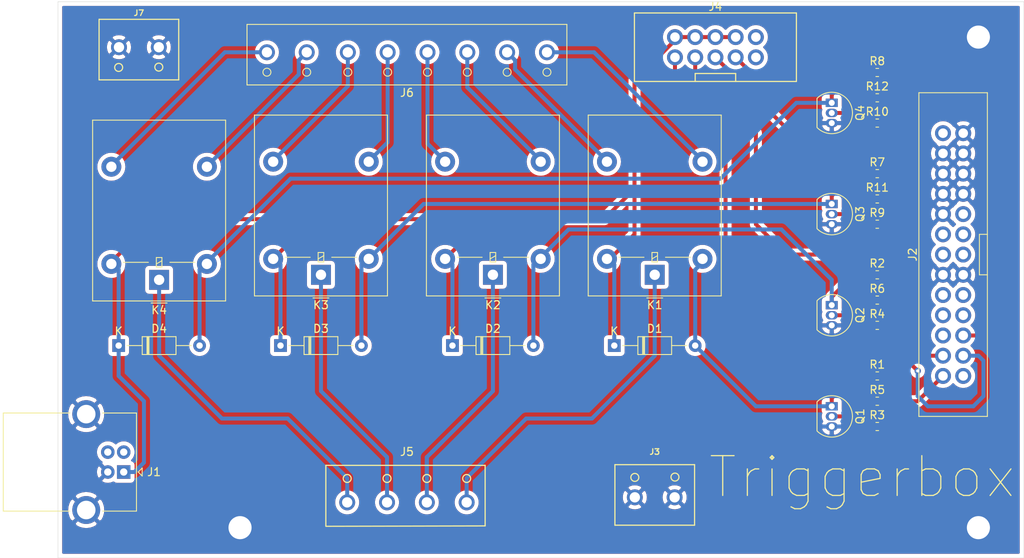
<source format=kicad_pcb>
(kicad_pcb (version 20190331) (host pcbnew 5.1.0-unknown-8985bad~82~ubuntu18.04.1)
  (title_block (title TriggerBox) (date 2019-04-09) (rev A) (company "TU Wien"))
  (layers (0 F.Cu signal) (31 B.Cu signal) (34 B.Paste user) (35 F.Paste user) (36 B.SilkS user) (37 F.SilkS user) (38 B.Mask user) (39 F.Mask user) (44 Edge.Cuts user))
  (net 0 "")
  (net 1 +5V)
  (net 2 "Net-(D1-Pad2)")
  (net 3 "Net-(D2-Pad2)")
  (net 4 "Net-(D3-Pad2)")
  (net 5 "Net-(D4-Pad2)")
  (net 6 GND)
  (net 7 OUT2A)
  (net 8 OUT2B)
  (net 9 OUT3A)
  (net 10 OUT1A)
  (net 11 OUT3B)
  (net 12 OUT1B)
  (net 13 OUT4B)
  (net 14 OUT4A)
  (net 15 LED4)
  (net 16 LED2)
  (net 17 LED3)
  (net 18 LED1)
  (net 19 IN3)
  (net 20 IN2)
  (net 21 IN1)
  (net 22 IN4)
  (net 23 TRG1)
  (net 24 TRG2)
  (net 25 TRG3)
  (net 26 TRG4)
  (net 27 "Net-(Q1-Pad2)")
  (net 28 "Net-(Q2-Pad2)")
  (net 29 "Net-(Q3-Pad2)")
  (net 30 "Net-(Q4-Pad2)")
  (module IDC:IDC_05x02 (layer F.Cu) (at 120.65 56.515)
    (fp_text reference J4 (at 0 -5.08) (layer F.SilkS))
    (fp_text value Conn_02x05_Odd_Even)
    (fp_line (start -10.17 4.3) (end 10.17 4.3) (layer F.SilkS) (width 0.15))
    (fp_line (start 10.17 -4.3) (end 10.17 4.3) (layer F.SilkS) (width 0.15))
    (fp_line (start 10.17 -4.3) (end -10.17 -4.3) (layer F.SilkS) (width 0.15))
    (fp_line (start -10.17 4.3) (end -10.17 -4.3) (layer F.SilkS) (width 0.15))
    (fp_line (start -2.54 3.3) (end -2.54 4.3) (layer F.SilkS) (width 0.15))
    (fp_line (start -2.54 3.3) (end 2.54 3.3) (layer F.SilkS) (width 0.15))
    (fp_line (start 2.54 3.3) (end 2.54 4.3) (layer F.SilkS) (width 0.15))
    (pad 1 thru_hole circle (at -5.08 1.27) (size 2 2) (drill 1.2) (layers *.Cu *.Mask) (net 18 LED1))
    (pad 2 thru_hole circle (at -5.08 -1.27) (size 2 2) (drill 1.2) (layers *.Cu *.Mask) (net 1 +5V))
    (pad 3 thru_hole circle (at -2.54 1.27) (size 2 2) (drill 1.2) (layers *.Cu *.Mask) (net 16 LED2))
    (pad 4 thru_hole circle (at -2.54 -1.27) (size 2 2) (drill 1.2) (layers *.Cu *.Mask) (net 1 +5V))
    (pad 5 thru_hole circle (at 0 1.27) (size 2 2) (drill 1.2) (layers *.Cu *.Mask) (net 17 LED3))
    (pad 6 thru_hole circle (at 0 -1.27) (size 2 2) (drill 1.2) (layers *.Cu *.Mask) (net 1 +5V))
    (pad 7 thru_hole circle (at 2.54 1.27) (size 2 2) (drill 1.2) (layers *.Cu *.Mask) (net 15 LED4))
    (pad 8 thru_hole circle (at 2.54 -1.27) (size 2 2) (drill 1.2) (layers *.Cu *.Mask) (net 1 +5V))
    (pad 9 thru_hole circle (at 5.08 1.27) (size 2 2) (drill 1.2) (layers *.Cu *.Mask))
    (pad 10 thru_hole circle (at 5.08 -1.27) (size 2 2) (drill 1.2) (layers *.Cu *.Mask))
  )
  (module Diode_THT:D_DO-35_SOD27_P10.16mm_Horizontal (layer F.Cu) (at 107.95 93.98)
    (fp_text reference D1 (at 5.08 -2.12) (layer F.SilkS))
    (fp_text value 1N4148)
    (fp_line (start 2.96 -1.12) (end 2.96 1.12) (layer F.SilkS) (width 0.12))
    (fp_line (start 2.96 1.12) (end 7.2 1.12) (layer F.SilkS) (width 0.12))
    (fp_line (start 7.2 1.12) (end 7.2 -1.12) (layer F.SilkS) (width 0.12))
    (fp_line (start 7.2 -1.12) (end 2.96 -1.12) (layer F.SilkS) (width 0.12))
    (fp_line (start 1.04 0) (end 2.96 0) (layer F.SilkS) (width 0.12))
    (fp_line (start 9.12 0) (end 7.2 0) (layer F.SilkS) (width 0.12))
    (fp_line (start 3.68 -1.12) (end 3.68 1.12) (layer F.SilkS) (width 0.12))
    (fp_line (start 3.8 -1.12) (end 3.8 1.12) (layer F.SilkS) (width 0.12))
    (fp_line (start 3.56 -1.12) (end 3.56 1.12) (layer F.SilkS) (width 0.12))
    (fp_text user K (at 0 -1.8) (layer F.SilkS))
    (pad 1 thru_hole rect (at 0 0) (size 1.6 1.6) (drill 0.8) (layers *.Cu *.Mask) (net 1 +5V))
    (pad 2 thru_hole oval (at 10.16 0) (size 1.6 1.6) (drill 0.8) (layers *.Cu *.Mask) (net 2 "Net-(D1-Pad2)"))
  )
  (module Diode_THT:D_DO-35_SOD27_P10.16mm_Horizontal (layer F.Cu) (at 66.04 93.98)
    (fp_text reference D3 (at 5.08 -2.12) (layer F.SilkS))
    (fp_text value 1N4148)
    (fp_line (start 2.96 -1.12) (end 2.96 1.12) (layer F.SilkS) (width 0.12))
    (fp_line (start 2.96 1.12) (end 7.2 1.12) (layer F.SilkS) (width 0.12))
    (fp_line (start 7.2 1.12) (end 7.2 -1.12) (layer F.SilkS) (width 0.12))
    (fp_line (start 7.2 -1.12) (end 2.96 -1.12) (layer F.SilkS) (width 0.12))
    (fp_line (start 1.04 0) (end 2.96 0) (layer F.SilkS) (width 0.12))
    (fp_line (start 9.12 0) (end 7.2 0) (layer F.SilkS) (width 0.12))
    (fp_line (start 3.68 -1.12) (end 3.68 1.12) (layer F.SilkS) (width 0.12))
    (fp_line (start 3.8 -1.12) (end 3.8 1.12) (layer F.SilkS) (width 0.12))
    (fp_line (start 3.56 -1.12) (end 3.56 1.12) (layer F.SilkS) (width 0.12))
    (fp_text user K (at 0 -1.8) (layer F.SilkS))
    (pad 1 thru_hole rect (at 0 0) (size 1.6 1.6) (drill 0.8) (layers *.Cu *.Mask) (net 1 +5V))
    (pad 2 thru_hole oval (at 10.16 0) (size 1.6 1.6) (drill 0.8) (layers *.Cu *.Mask) (net 4 "Net-(D3-Pad2)"))
  )
  (module Diode_THT:D_DO-35_SOD27_P10.16mm_Horizontal (layer F.Cu) (at 87.63 93.98)
    (fp_text reference D2 (at 5.08 -2.12) (layer F.SilkS))
    (fp_text value 1N4148)
    (fp_text user K (at 0 -1.8) (layer F.SilkS))
    (fp_line (start 3.56 -1.12) (end 3.56 1.12) (layer F.SilkS) (width 0.12))
    (fp_line (start 3.8 -1.12) (end 3.8 1.12) (layer F.SilkS) (width 0.12))
    (fp_line (start 3.68 -1.12) (end 3.68 1.12) (layer F.SilkS) (width 0.12))
    (fp_line (start 9.12 0) (end 7.2 0) (layer F.SilkS) (width 0.12))
    (fp_line (start 1.04 0) (end 2.96 0) (layer F.SilkS) (width 0.12))
    (fp_line (start 7.2 -1.12) (end 2.96 -1.12) (layer F.SilkS) (width 0.12))
    (fp_line (start 7.2 1.12) (end 7.2 -1.12) (layer F.SilkS) (width 0.12))
    (fp_line (start 2.96 1.12) (end 7.2 1.12) (layer F.SilkS) (width 0.12))
    (fp_line (start 2.96 -1.12) (end 2.96 1.12) (layer F.SilkS) (width 0.12))
    (pad 2 thru_hole oval (at 10.16 0) (size 1.6 1.6) (drill 0.8) (layers *.Cu *.Mask) (net 3 "Net-(D2-Pad2)"))
    (pad 1 thru_hole rect (at 0 0) (size 1.6 1.6) (drill 0.8) (layers *.Cu *.Mask) (net 1 +5V))
  )
  (module Diode_THT:D_DO-35_SOD27_P10.16mm_Horizontal (layer F.Cu) (at 45.72 93.98)
    (fp_text reference D4 (at 5.08 -2.12) (layer F.SilkS))
    (fp_text value 1N4148)
    (fp_text user K (at 0 -1.8) (layer F.SilkS))
    (fp_line (start 3.56 -1.12) (end 3.56 1.12) (layer F.SilkS) (width 0.12))
    (fp_line (start 3.8 -1.12) (end 3.8 1.12) (layer F.SilkS) (width 0.12))
    (fp_line (start 3.68 -1.12) (end 3.68 1.12) (layer F.SilkS) (width 0.12))
    (fp_line (start 9.12 0) (end 7.2 0) (layer F.SilkS) (width 0.12))
    (fp_line (start 1.04 0) (end 2.96 0) (layer F.SilkS) (width 0.12))
    (fp_line (start 7.2 -1.12) (end 2.96 -1.12) (layer F.SilkS) (width 0.12))
    (fp_line (start 7.2 1.12) (end 7.2 -1.12) (layer F.SilkS) (width 0.12))
    (fp_line (start 2.96 1.12) (end 7.2 1.12) (layer F.SilkS) (width 0.12))
    (fp_line (start 2.96 -1.12) (end 2.96 1.12) (layer F.SilkS) (width 0.12))
    (pad 2 thru_hole oval (at 10.16 0) (size 1.6 1.6) (drill 0.8) (layers *.Cu *.Mask) (net 5 "Net-(D4-Pad2)"))
    (pad 1 thru_hole rect (at 0 0) (size 1.6 1.6) (drill 0.8) (layers *.Cu *.Mask) (net 1 +5V))
  )
  (module RS_Screw:RS_Screw_Term_x2 (layer F.Cu) (at 113.03 113.03)
    (fp_text reference J3 (at 0 -5.715) (layer F.SilkS) (effects (font (size 0.7 0.75))))
    (fp_text value Screw_Terminal_01x02)
    (fp_line (start -5 -4.1) (end 5 -4.1) (layer F.SilkS) (width 0.15))
    (fp_line (start 5 -4.1) (end 5 3.5) (layer F.SilkS) (width 0.15))
    (fp_line (start 5 3.5) (end -5 3.5) (layer F.SilkS) (width 0.15))
    (fp_line (start -5 3.5) (end -5 -4.1) (layer F.SilkS) (width 0.15))
    (fp_circle (center -2.5 -2.5) (end -2 -2.5) (layer F.SilkS) (width 0.15))
    (fp_circle (center 2.54 -2.54) (end 3.04 -2.54) (layer F.SilkS) (width 0.15))
    (pad 1 thru_hole circle (at -2.5 0 180) (size 2 2) (drill 1.3) (layers *.Cu *.Mask) (net 6 GND))
    (pad 2 thru_hole circle (at 2.5 0 180) (size 2 2) (drill 1.3) (layers *.Cu *.Mask) (net 6 GND))
  )
  (module RS_Screw:RS_Screw_Term_x2 (layer F.Cu) (at 48.26 56.515 180)
    (fp_text reference J7 (at 0 4.3 180) (layer F.SilkS) (effects (font (size 0.7 0.75))))
    (fp_text value Screw_Terminal_01x02)
    (fp_circle (center 2.54 -2.54) (end 3.04 -2.54) (layer F.SilkS) (width 0.15))
    (fp_circle (center -2.5 -2.5) (end -2 -2.5) (layer F.SilkS) (width 0.15))
    (fp_line (start -5 3.5) (end -5 -4.1) (layer F.SilkS) (width 0.15))
    (fp_line (start 5 3.5) (end -5 3.5) (layer F.SilkS) (width 0.15))
    (fp_line (start 5 -4.1) (end 5 3.5) (layer F.SilkS) (width 0.15))
    (fp_line (start -5 -4.1) (end 5 -4.1) (layer F.SilkS) (width 0.15))
    (pad 2 thru_hole circle (at 2.5 0) (size 2 2) (drill 1.3) (layers *.Cu *.Mask) (net 6 GND))
    (pad 1 thru_hole circle (at -2.5 0) (size 2 2) (drill 1.3) (layers *.Cu *.Mask) (net 6 GND))
  )
  (module RS_Screw:RS_Screw_Term_x8 (layer F.Cu) (at 81.915 57.15 180)
    (fp_text reference J6 (at 0 -5.08 180) (layer F.SilkS))
    (fp_text value Screw_Terminal_01x08)
    (fp_line (start -20.08 3.5) (end -20.08 -4.1) (layer F.SilkS) (width 0.12))
    (fp_line (start 20.08 3.5) (end -20.08 3.5) (layer F.SilkS) (width 0.12))
    (fp_circle (center -7.58 -2.5) (end -7.08 -2.5) (layer F.SilkS) (width 0.12))
    (fp_line (start 20.08 3.5) (end 20.08 -4.1) (layer F.SilkS) (width 0.12))
    (fp_circle (center 7.42 -2.5) (end 7.92 -2.5) (layer F.SilkS) (width 0.12))
    (fp_circle (center -2.58 -2.5) (end -2.08 -2.5) (layer F.SilkS) (width 0.12))
    (fp_circle (center -17.58 -2.5) (end -17.08 -2.5) (layer F.SilkS) (width 0.12))
    (fp_circle (center 2.42 -2.5) (end 2.92 -2.5) (layer F.SilkS) (width 0.12))
    (fp_line (start -20.08 -4.1) (end 20.08 -4.1) (layer F.SilkS) (width 0.12))
    (fp_circle (center -12.58 -2.5) (end -12.08 -2.5) (layer F.SilkS) (width 0.12))
    (fp_circle (center 17.58 -2.5) (end 18.08 -2.5) (layer F.SilkS) (width 0.12))
    (fp_circle (center 12.58 -2.5) (end 13.08 -2.5) (layer F.SilkS) (width 0.12))
    (pad 3 thru_hole circle (at -7.58 0 180) (size 2 2) (drill 1.3) (layers *.Cu *.Mask) (net 7 OUT2A))
    (pad 4 thru_hole circle (at -2.58 0 180) (size 2 2) (drill 1.3) (layers *.Cu *.Mask) (net 8 OUT2B))
    (pad 5 thru_hole circle (at 2.42 0 180) (size 2 2) (drill 1.3) (layers *.Cu *.Mask) (net 9 OUT3A))
    (pad 1 thru_hole circle (at -17.58 0 180) (size 2 2) (drill 1.3) (layers *.Cu *.Mask) (net 10 OUT1A))
    (pad 6 thru_hole circle (at 7.42 0 180) (size 2 2) (drill 1.3) (layers *.Cu *.Mask) (net 11 OUT3B))
    (pad 2 thru_hole circle (at -12.58 0 180) (size 2 2) (drill 1.3) (layers *.Cu *.Mask) (net 12 OUT1B))
    (pad 8 thru_hole circle (at 17.58 0 180) (size 2 2) (drill 1.3) (layers *.Cu *.Mask) (net 13 OUT4B))
    (pad 7 thru_hole circle (at 12.58 0 180) (size 2 2) (drill 1.3) (layers *.Cu *.Mask) (net 14 OUT4A))
  )
  (module RS_Screw:RS_Screw_Term_x4 (layer F.Cu) (at 81.915 113.665)
    (fp_text reference J5 (at 0 -6.35 180) (layer F.SilkS))
    (fp_text value Screw_Terminal_01x04)
    (fp_line (start 9.819508 2.954402) (end -10.180492 3.004402) (layer F.SilkS) (width 0.15))
    (fp_line (start 9.819508 2.954402) (end 9.819508 -4.645598) (layer F.SilkS) (width 0.15))
    (fp_line (start 9.819508 -4.645598) (end -10.180492 -4.645598) (layer F.SilkS) (width 0.15))
    (fp_line (start -10.180492 2.954402) (end -10.180492 -4.645598) (layer F.SilkS) (width 0.15))
    (fp_circle (center 7.5 -3) (end 8 -3) (layer F.SilkS) (width 0.15))
    (fp_circle (center 2.5 -3) (end 3 -3) (layer F.SilkS) (width 0.15))
    (fp_circle (center -2.5 -3) (end -2 -3) (layer F.SilkS) (width 0.15))
    (fp_circle (center -7.5 -3) (end -7 -3) (layer F.SilkS) (width 0.15))
    (pad 3 thru_hole circle (at 2.5 0 180) (size 2 2) (drill 1.3) (layers *.Cu *.Mask) (net 20 IN2))
    (pad 2 thru_hole circle (at -2.5 0 180) (size 2 2) (drill 1.3) (layers *.Cu *.Mask) (net 19 IN3))
    (pad 1 thru_hole circle (at -7.5 0 180) (size 2 2) (drill 1.3) (layers *.Cu *.Mask) (net 22 IN4))
    (pad 4 thru_hole circle (at 7.5 0 180) (size 2 2) (drill 1.3) (layers *.Cu *.Mask) (net 21 IN1))
  )
  (module IDC:IDC_13x02 (layer F.Cu) (at 150.495 82.55 90)
    (fp_text reference J2 (at 0 -5.08 90) (layer F.SilkS))
    (fp_text value Conn_01x25)
    (fp_line (start -20.32 -4.3) (end 20.32 -4.3) (layer F.SilkS) (width 0.12))
    (fp_line (start 20.32 4.3) (end -20.32 4.3) (layer F.SilkS) (width 0.12))
    (fp_line (start 20.32 -4.3) (end 20.32 4.3) (layer F.SilkS) (width 0.12))
    (fp_line (start -20.32 -4.3) (end -20.32 4.3) (layer F.SilkS) (width 0.12))
    (fp_line (start -2.54 3.3) (end 2.54 3.3) (layer F.SilkS) (width 0.12))
    (fp_line (start 2.54 3.3) (end 2.54 4.3) (layer F.SilkS) (width 0.12))
    (fp_line (start -2.54 3.3) (end -2.54 4.3) (layer F.SilkS) (width 0.12))
    (pad 1 thru_hole circle (at -15.24 1.27 90) (size 2 2) (drill 1.2) (layers *.Cu *.Mask))
    (pad 2 thru_hole circle (at -15.24 -1.27 90) (size 2 2) (drill 1.2) (layers *.Cu *.Mask) (net 23 TRG1))
    (pad 3 thru_hole circle (at -12.7 1.27 90) (size 2 2) (drill 1.2) (layers *.Cu *.Mask) (net 24 TRG2))
    (pad 4 thru_hole circle (at -12.7 -1.27 90) (size 2 2) (drill 1.2) (layers *.Cu *.Mask) (net 25 TRG3))
    (pad 5 thru_hole circle (at -10.16 1.27 90) (size 2 2) (drill 1.2) (layers *.Cu *.Mask) (net 26 TRG4))
    (pad 6 thru_hole circle (at -10.16 -1.27 90) (size 2 2) (drill 1.2) (layers *.Cu *.Mask))
    (pad 7 thru_hole circle (at -7.62 1.27 90) (size 2 2) (drill 1.2) (layers *.Cu *.Mask))
    (pad 8 thru_hole circle (at -7.62 -1.27 90) (size 2 2) (drill 1.2) (layers *.Cu *.Mask))
    (pad 9 thru_hole circle (at -5.08 1.27 90) (size 2 2) (drill 1.2) (layers *.Cu *.Mask))
    (pad 10 thru_hole circle (at -5.08 -1.27 90) (size 2 2) (drill 1.2) (layers *.Cu *.Mask))
    (pad 11 thru_hole circle (at -2.54 1.27 90) (size 2 2) (drill 1.2) (layers *.Cu *.Mask) (net 6 GND))
    (pad 12 thru_hole circle (at -2.54 -1.27 90) (size 2 2) (drill 1.2) (layers *.Cu *.Mask) (net 6 GND))
    (pad 13 thru_hole circle (at 0 1.27 90) (size 2 2) (drill 1.2) (layers *.Cu *.Mask))
    (pad 14 thru_hole circle (at 0 -1.27 90) (size 2 2) (drill 1.2) (layers *.Cu *.Mask))
    (pad 15 thru_hole circle (at 2.54 1.27 90) (size 2 2) (drill 1.2) (layers *.Cu *.Mask))
    (pad 16 thru_hole circle (at 2.54 -1.27 90) (size 2 2) (drill 1.2) (layers *.Cu *.Mask))
    (pad 17 thru_hole circle (at 5.08 1.27 90) (size 2 2) (drill 1.2) (layers *.Cu *.Mask))
    (pad 18 thru_hole circle (at 5.08 -1.27 90) (size 2 2) (drill 1.2) (layers *.Cu *.Mask) (net 6 GND))
    (pad 19 thru_hole circle (at 7.62 1.27 90) (size 2 2) (drill 1.2) (layers *.Cu *.Mask) (net 6 GND))
    (pad 20 thru_hole circle (at 7.62 -1.27 90) (size 2 2) (drill 1.2) (layers *.Cu *.Mask) (net 6 GND))
    (pad 21 thru_hole circle (at 10.16 1.27 90) (size 2 2) (drill 1.2) (layers *.Cu *.Mask) (net 6 GND))
    (pad 22 thru_hole circle (at 10.16 -1.27 90) (size 2 2) (drill 1.2) (layers *.Cu *.Mask) (net 6 GND))
    (pad 23 thru_hole circle (at 12.7 1.27 90) (size 2 2) (drill 1.2) (layers *.Cu *.Mask) (net 6 GND))
    (pad 24 thru_hole circle (at 12.7 -1.27 90) (size 2 2) (drill 1.2) (layers *.Cu *.Mask) (net 6 GND))
    (pad 25 thru_hole circle (at 15.24 1.27 90) (size 2 2) (drill 1.2) (layers *.Cu *.Mask) (net 6 GND))
    (pad 26 thru_hole circle (at 15.24 -1.27 90) (size 2 2) (drill 1.2) (layers *.Cu *.Mask))
  )
  (module Connector_USB:USB_B_OST_USB-B1HSxx_Horizontal (layer F.Cu) (at 46.355 109.855 180)
    (fp_text reference J1 (at -3.81 0 180) (layer F.SilkS))
    (fp_text value USB_B)
    (fp_line (start 2.66 -4.91) (end -1.6 -4.91) (layer F.SilkS) (width 0.12))
    (fp_line (start -1.6 -4.91) (end -1.6 7.41) (layer F.SilkS) (width 0.12))
    (fp_line (start -1.6 7.41) (end 2.66 7.41) (layer F.SilkS) (width 0.12))
    (fp_line (start 6.76 -4.91) (end 15.12 -4.91) (layer F.SilkS) (width 0.12))
    (fp_line (start 15.12 -4.91) (end 15.12 7.41) (layer F.SilkS) (width 0.12))
    (fp_line (start 15.12 7.41) (end 6.76 7.41) (layer F.SilkS) (width 0.12))
    (fp_line (start -1.82 0) (end -2.32 -0.5) (layer F.SilkS) (width 0.12))
    (fp_line (start -2.32 -0.5) (end -2.32 0.5) (layer F.SilkS) (width 0.12))
    (fp_line (start -2.32 0.5) (end -1.82 0) (layer F.SilkS) (width 0.12))
    (pad 1 thru_hole rect (at 0 0 180) (size 1.7 1.7) (drill 0.92) (layers *.Cu *.Mask) (net 1 +5V))
    (pad 2 thru_hole circle (at 0 2.5 180) (size 1.7 1.7) (drill 0.92) (layers *.Cu *.Mask))
    (pad 3 thru_hole circle (at 2 2.5 180) (size 1.7 1.7) (drill 0.92) (layers *.Cu *.Mask))
    (pad 4 thru_hole circle (at 2 0 180) (size 1.7 1.7) (drill 0.92) (layers *.Cu *.Mask) (net 6 GND))
    (pad 5 thru_hole circle (at 4.71 -4.77 180) (size 3.5 3.5) (drill 2.33) (layers *.Cu *.Mask) (net 6 GND))
    (pad 5 thru_hole circle (at 4.71 7.27 180) (size 3.5 3.5) (drill 2.33) (layers *.Cu *.Mask) (net 6 GND))
  )
  (module Relay_THT:Relay_SPDT_Omron-G5LE-1 (layer F.Cu) (at 113.03 85.09 180)
    (fp_text reference K1 (at 0 -3.8 180) (layer F.SilkS))
    (fp_text value G5LE-1)
    (fp_line (start 8.35 20.05) (end 8.35 -2.65) (layer F.SilkS) (width 0.12))
    (fp_line (start 8.35 -2.65) (end -8.35 -2.65) (layer F.SilkS) (width 0.12))
    (fp_line (start -8.35 -2.65) (end -8.35 20.05) (layer F.SilkS) (width 0.12))
    (fp_line (start -8.35 20.05) (end 8.35 20.05) (layer F.SilkS) (width 0.12))
    (fp_line (start -0.35 2.4) (end 0.35 2) (layer F.SilkS) (width 0.12))
    (fp_line (start 0.35 2.8) (end 0.35 1.6) (layer F.SilkS) (width 0.12))
    (fp_line (start 0.35 1.6) (end -0.35 1.6) (layer F.SilkS) (width 0.12))
    (fp_line (start -0.35 1.6) (end -0.35 2.8) (layer F.SilkS) (width 0.12))
    (fp_line (start -0.35 2.8) (end 0.35 2.8) (layer F.SilkS) (width 0.12))
    (fp_line (start -1 -2.91) (end 1 -2.91) (layer F.SilkS) (width 0.12))
    (fp_line (start -4.5 2.2) (end -1.35 2.2) (layer F.SilkS) (width 0.12))
    (fp_line (start 1.35 2.2) (end 4.5 2.2) (layer F.SilkS) (width 0.12))
    (pad 1 thru_hole rect (at 0 0 180) (size 2.5 2.5) (drill 1.3) (layers *.Cu *.Mask) (net 21 IN1))
    (pad 2 thru_hole oval (at -6 2 180) (size 2.5 2.5) (drill 1.3) (layers *.Cu *.Mask) (net 2 "Net-(D1-Pad2)"))
    (pad 3 thru_hole oval (at -6 14.2 180) (size 2.5 2.5) (drill 1.3) (layers *.Cu *.Mask) (net 10 OUT1A))
    (pad 4 thru_hole oval (at 6 14.2 180) (size 2.5 2.5) (drill 1.3) (layers *.Cu *.Mask) (net 12 OUT1B))
    (pad 5 thru_hole oval (at 6 2 180) (size 2.5 2.5) (drill 1.3) (layers *.Cu *.Mask) (net 1 +5V))
  )
  (module Relay_THT:Relay_SPDT_Omron-G5LE-1 (layer F.Cu) (at 71.12 85.09 180)
    (fp_text reference K3 (at 0 -3.8 180) (layer F.SilkS))
    (fp_text value G5LE-1)
    (fp_line (start 1.35 2.2) (end 4.5 2.2) (layer F.SilkS) (width 0.12))
    (fp_line (start -4.5 2.2) (end -1.35 2.2) (layer F.SilkS) (width 0.12))
    (fp_line (start -1 -2.91) (end 1 -2.91) (layer F.SilkS) (width 0.12))
    (fp_line (start -0.35 2.8) (end 0.35 2.8) (layer F.SilkS) (width 0.12))
    (fp_line (start -0.35 1.6) (end -0.35 2.8) (layer F.SilkS) (width 0.12))
    (fp_line (start 0.35 1.6) (end -0.35 1.6) (layer F.SilkS) (width 0.12))
    (fp_line (start 0.35 2.8) (end 0.35 1.6) (layer F.SilkS) (width 0.12))
    (fp_line (start -0.35 2.4) (end 0.35 2) (layer F.SilkS) (width 0.12))
    (fp_line (start -8.35 20.05) (end 8.35 20.05) (layer F.SilkS) (width 0.12))
    (fp_line (start -8.35 -2.65) (end -8.35 20.05) (layer F.SilkS) (width 0.12))
    (fp_line (start 8.35 -2.65) (end -8.35 -2.65) (layer F.SilkS) (width 0.12))
    (fp_line (start 8.35 20.05) (end 8.35 -2.65) (layer F.SilkS) (width 0.12))
    (pad 5 thru_hole oval (at 6 2 180) (size 2.5 2.5) (drill 1.3) (layers *.Cu *.Mask) (net 1 +5V))
    (pad 4 thru_hole oval (at 6 14.2 180) (size 2.5 2.5) (drill 1.3) (layers *.Cu *.Mask) (net 11 OUT3B))
    (pad 3 thru_hole oval (at -6 14.2 180) (size 2.5 2.5) (drill 1.3) (layers *.Cu *.Mask) (net 9 OUT3A))
    (pad 2 thru_hole oval (at -6 2 180) (size 2.5 2.5) (drill 1.3) (layers *.Cu *.Mask) (net 4 "Net-(D3-Pad2)"))
    (pad 1 thru_hole rect (at 0 0 180) (size 2.5 2.5) (drill 1.3) (layers *.Cu *.Mask) (net 19 IN3))
  )
  (module Relay_THT:Relay_SPDT_Omron-G5LE-1 (layer F.Cu) (at 92.71 85.09 180)
    (fp_text reference K2 (at 0 -3.8 180) (layer F.SilkS))
    (fp_text value G5LE-1)
    (fp_line (start 1.35 2.2) (end 4.5 2.2) (layer F.SilkS) (width 0.12))
    (fp_line (start -4.5 2.2) (end -1.35 2.2) (layer F.SilkS) (width 0.12))
    (fp_line (start -1 -2.91) (end 1 -2.91) (layer F.SilkS) (width 0.12))
    (fp_line (start -0.35 2.8) (end 0.35 2.8) (layer F.SilkS) (width 0.12))
    (fp_line (start -0.35 1.6) (end -0.35 2.8) (layer F.SilkS) (width 0.12))
    (fp_line (start 0.35 1.6) (end -0.35 1.6) (layer F.SilkS) (width 0.12))
    (fp_line (start 0.35 2.8) (end 0.35 1.6) (layer F.SilkS) (width 0.12))
    (fp_line (start -0.35 2.4) (end 0.35 2) (layer F.SilkS) (width 0.12))
    (fp_line (start -8.35 20.05) (end 8.35 20.05) (layer F.SilkS) (width 0.12))
    (fp_line (start -8.35 -2.65) (end -8.35 20.05) (layer F.SilkS) (width 0.12))
    (fp_line (start 8.35 -2.65) (end -8.35 -2.65) (layer F.SilkS) (width 0.12))
    (fp_line (start 8.35 20.05) (end 8.35 -2.65) (layer F.SilkS) (width 0.12))
    (pad 5 thru_hole oval (at 6 2 180) (size 2.5 2.5) (drill 1.3) (layers *.Cu *.Mask) (net 1 +5V))
    (pad 4 thru_hole oval (at 6 14.2 180) (size 2.5 2.5) (drill 1.3) (layers *.Cu *.Mask) (net 8 OUT2B))
    (pad 3 thru_hole oval (at -6 14.2 180) (size 2.5 2.5) (drill 1.3) (layers *.Cu *.Mask) (net 7 OUT2A))
    (pad 2 thru_hole oval (at -6 2 180) (size 2.5 2.5) (drill 1.3) (layers *.Cu *.Mask) (net 3 "Net-(D2-Pad2)"))
    (pad 1 thru_hole rect (at 0 0 180) (size 2.5 2.5) (drill 1.3) (layers *.Cu *.Mask) (net 20 IN2))
  )
  (module Relay_THT:Relay_SPDT_Omron-G5LE-1 (layer F.Cu) (at 50.8 85.725 180)
    (fp_text reference K4 (at 0 -3.8 180) (layer F.SilkS))
    (fp_text value G5LE-1)
    (fp_line (start 8.35 20.05) (end 8.35 -2.65) (layer F.SilkS) (width 0.12))
    (fp_line (start 8.35 -2.65) (end -8.35 -2.65) (layer F.SilkS) (width 0.12))
    (fp_line (start -8.35 -2.65) (end -8.35 20.05) (layer F.SilkS) (width 0.12))
    (fp_line (start -8.35 20.05) (end 8.35 20.05) (layer F.SilkS) (width 0.12))
    (fp_line (start -0.35 2.4) (end 0.35 2) (layer F.SilkS) (width 0.12))
    (fp_line (start 0.35 2.8) (end 0.35 1.6) (layer F.SilkS) (width 0.12))
    (fp_line (start 0.35 1.6) (end -0.35 1.6) (layer F.SilkS) (width 0.12))
    (fp_line (start -0.35 1.6) (end -0.35 2.8) (layer F.SilkS) (width 0.12))
    (fp_line (start -0.35 2.8) (end 0.35 2.8) (layer F.SilkS) (width 0.12))
    (fp_line (start -1 -2.91) (end 1 -2.91) (layer F.SilkS) (width 0.12))
    (fp_line (start -4.5 2.2) (end -1.35 2.2) (layer F.SilkS) (width 0.12))
    (fp_line (start 1.35 2.2) (end 4.5 2.2) (layer F.SilkS) (width 0.12))
    (pad 1 thru_hole rect (at 0 0 180) (size 2.5 2.5) (drill 1.3) (layers *.Cu *.Mask) (net 22 IN4))
    (pad 2 thru_hole oval (at -6 2 180) (size 2.5 2.5) (drill 1.3) (layers *.Cu *.Mask) (net 5 "Net-(D4-Pad2)"))
    (pad 3 thru_hole oval (at -6 14.2 180) (size 2.5 2.5) (drill 1.3) (layers *.Cu *.Mask) (net 14 OUT4A))
    (pad 4 thru_hole oval (at 6 14.2 180) (size 2.5 2.5) (drill 1.3) (layers *.Cu *.Mask) (net 13 OUT4B))
    (pad 5 thru_hole oval (at 6 2 180) (size 2.5 2.5) (drill 1.3) (layers *.Cu *.Mask) (net 1 +5V))
  )
  (module Resistor_SMD:R_0603_1608Metric_Pad1.05x0.95mm_HandSolder (layer F.Cu) (at 140.97 104.14)
    (fp_text reference R3 (at 0 -1.43) (layer F.SilkS))
    (fp_text value 100)
    (fp_line (start -0.171267 -0.51) (end 0.171267 -0.51) (layer F.SilkS) (width 0.12))
    (fp_line (start -0.171267 0.51) (end 0.171267 0.51) (layer F.SilkS) (width 0.12))
    (pad 1 smd roundrect (at -0.875 0) (size 1.05 0.95) (layers F.Cu F.Paste F.Mask) (net 27 "Net-(Q1-Pad2)"))
    (pad 2 smd roundrect (at 0.875 0) (size 1.05 0.95) (layers F.Cu F.Paste F.Mask) (net 23 TRG1))
  )
  (module Resistor_SMD:R_0603_1608Metric_Pad1.05x0.95mm_HandSolder (layer F.Cu) (at 140.97 78.74)
    (fp_text reference R9 (at 0 -1.43) (layer F.SilkS))
    (fp_text value 100)
    (fp_line (start -0.171267 0.51) (end 0.171267 0.51) (layer F.SilkS) (width 0.12))
    (fp_line (start -0.171267 -0.51) (end 0.171267 -0.51) (layer F.SilkS) (width 0.12))
    (pad 2 smd roundrect (at 0.875 0) (size 1.05 0.95) (layers F.Cu F.Paste F.Mask) (net 25 TRG3))
    (pad 1 smd roundrect (at -0.875 0) (size 1.05 0.95) (layers F.Cu F.Paste F.Mask) (net 29 "Net-(Q3-Pad2)"))
  )
  (module Resistor_SMD:R_0603_1608Metric_Pad1.05x0.95mm_HandSolder (layer F.Cu) (at 140.97 97.79)
    (fp_text reference R1 (at 0 -1.43) (layer F.SilkS))
    (fp_text value 100)
    (fp_line (start -0.171267 0.51) (end 0.171267 0.51) (layer F.SilkS) (width 0.12))
    (fp_line (start -0.171267 -0.51) (end 0.171267 -0.51) (layer F.SilkS) (width 0.12))
    (pad 2 smd roundrect (at 0.875 0) (size 1.05 0.95) (layers F.Cu F.Paste F.Mask) (net 18 LED1))
    (pad 1 smd roundrect (at -0.875 0) (size 1.05 0.95) (layers F.Cu F.Paste F.Mask) (net 2 "Net-(D1-Pad2)"))
  )
  (module Resistor_SMD:R_0603_1608Metric_Pad1.05x0.95mm_HandSolder (layer F.Cu) (at 140.97 72.39)
    (fp_text reference R7 (at 0 -1.43) (layer F.SilkS))
    (fp_text value 100)
    (fp_line (start -0.171267 -0.51) (end 0.171267 -0.51) (layer F.SilkS) (width 0.12))
    (fp_line (start -0.171267 0.51) (end 0.171267 0.51) (layer F.SilkS) (width 0.12))
    (pad 1 smd roundrect (at -0.875 0) (size 1.05 0.95) (layers F.Cu F.Paste F.Mask) (net 4 "Net-(D3-Pad2)"))
    (pad 2 smd roundrect (at 0.875 0) (size 1.05 0.95) (layers F.Cu F.Paste F.Mask) (net 17 LED3))
  )
  (module Resistor_SMD:R_0603_1608Metric_Pad1.05x0.95mm_HandSolder (layer F.Cu) (at 140.97 91.44)
    (fp_text reference R4 (at 0 -1.43) (layer F.SilkS))
    (fp_text value 100)
    (fp_line (start -0.171267 0.51) (end 0.171267 0.51) (layer F.SilkS) (width 0.12))
    (fp_line (start -0.171267 -0.51) (end 0.171267 -0.51) (layer F.SilkS) (width 0.12))
    (pad 2 smd roundrect (at 0.875 0) (size 1.05 0.95) (layers F.Cu F.Paste F.Mask) (net 24 TRG2))
    (pad 1 smd roundrect (at -0.875 0) (size 1.05 0.95) (layers F.Cu F.Paste F.Mask) (net 28 "Net-(Q2-Pad2)"))
  )
  (module Resistor_SMD:R_0603_1608Metric_Pad1.05x0.95mm_HandSolder (layer F.Cu) (at 140.97 66.04)
    (fp_text reference R10 (at 0 -1.43) (layer F.SilkS))
    (fp_text value 100)
    (fp_line (start -0.171267 -0.51) (end 0.171267 -0.51) (layer F.SilkS) (width 0.12))
    (fp_line (start -0.171267 0.51) (end 0.171267 0.51) (layer F.SilkS) (width 0.12))
    (pad 1 smd roundrect (at -0.875 0) (size 1.05 0.95) (layers F.Cu F.Paste F.Mask) (net 30 "Net-(Q4-Pad2)"))
    (pad 2 smd roundrect (at 0.875 0) (size 1.05 0.95) (layers F.Cu F.Paste F.Mask) (net 26 TRG4))
  )
  (module Resistor_SMD:R_0603_1608Metric_Pad1.05x0.95mm_HandSolder (layer F.Cu) (at 140.97 85.09)
    (fp_text reference R2 (at 0 -1.43) (layer F.SilkS))
    (fp_text value 100)
    (fp_line (start -0.171267 -0.51) (end 0.171267 -0.51) (layer F.SilkS) (width 0.12))
    (fp_line (start -0.171267 0.51) (end 0.171267 0.51) (layer F.SilkS) (width 0.12))
    (pad 1 smd roundrect (at -0.875 0) (size 1.05 0.95) (layers F.Cu F.Paste F.Mask) (net 3 "Net-(D2-Pad2)"))
    (pad 2 smd roundrect (at 0.875 0) (size 1.05 0.95) (layers F.Cu F.Paste F.Mask) (net 16 LED2))
  )
  (module Resistor_SMD:R_0603_1608Metric_Pad1.05x0.95mm_HandSolder (layer F.Cu) (at 140.97 59.69)
    (fp_text reference R8 (at 0 -1.43) (layer F.SilkS))
    (fp_text value 100)
    (fp_line (start -0.171267 0.51) (end 0.171267 0.51) (layer F.SilkS) (width 0.12))
    (fp_line (start -0.171267 -0.51) (end 0.171267 -0.51) (layer F.SilkS) (width 0.12))
    (pad 2 smd roundrect (at 0.875 0) (size 1.05 0.95) (layers F.Cu F.Paste F.Mask) (net 15 LED4))
    (pad 1 smd roundrect (at -0.875 0) (size 1.05 0.95) (layers F.Cu F.Paste F.Mask) (net 5 "Net-(D4-Pad2)"))
  )
  (module Resistor_SMD:R_0603_1608Metric_Pad1.05x0.95mm_HandSolder (layer F.Cu) (at 140.97 100.965)
    (fp_text reference R5 (at 0 -1.43) (layer F.SilkS))
    (fp_text value 10k)
    (fp_line (start -0.171267 0.51) (end 0.171267 0.51) (layer F.SilkS) (width 0.12))
    (fp_line (start -0.171267 -0.51) (end 0.171267 -0.51) (layer F.SilkS) (width 0.12))
    (pad 2 smd roundrect (at 0.875 0) (size 1.05 0.95) (layers F.Cu F.Paste F.Mask) (net 23 TRG1))
    (pad 1 smd roundrect (at -0.875 0) (size 1.05 0.95) (layers F.Cu F.Paste F.Mask) (net 6 GND))
  )
  (module Resistor_SMD:R_0603_1608Metric_Pad1.05x0.95mm_HandSolder (layer F.Cu) (at 140.97 88.265)
    (fp_text reference R6 (at 0 -1.43) (layer F.SilkS))
    (fp_text value 10k)
    (fp_line (start -0.171267 -0.51) (end 0.171267 -0.51) (layer F.SilkS) (width 0.12))
    (fp_line (start -0.171267 0.51) (end 0.171267 0.51) (layer F.SilkS) (width 0.12))
    (pad 1 smd roundrect (at -0.875 0) (size 1.05 0.95) (layers F.Cu F.Paste F.Mask) (net 6 GND))
    (pad 2 smd roundrect (at 0.875 0) (size 1.05 0.95) (layers F.Cu F.Paste F.Mask) (net 24 TRG2))
  )
  (module Resistor_SMD:R_0603_1608Metric_Pad1.05x0.95mm_HandSolder (layer F.Cu) (at 140.97 75.565)
    (fp_text reference R11 (at 0 -1.43) (layer F.SilkS))
    (fp_text value 10k)
    (fp_line (start -0.171267 -0.51) (end 0.171267 -0.51) (layer F.SilkS) (width 0.12))
    (fp_line (start -0.171267 0.51) (end 0.171267 0.51) (layer F.SilkS) (width 0.12))
    (pad 1 smd roundrect (at -0.875 0) (size 1.05 0.95) (layers F.Cu F.Paste F.Mask) (net 6 GND))
    (pad 2 smd roundrect (at 0.875 0) (size 1.05 0.95) (layers F.Cu F.Paste F.Mask) (net 25 TRG3))
  )
  (module Resistor_SMD:R_0603_1608Metric_Pad1.05x0.95mm_HandSolder (layer F.Cu) (at 140.97 62.865)
    (fp_text reference R12 (at 0 -1.43) (layer F.SilkS))
    (fp_text value 10k)
    (fp_line (start -0.171267 0.51) (end 0.171267 0.51) (layer F.SilkS) (width 0.12))
    (fp_line (start -0.171267 -0.51) (end 0.171267 -0.51) (layer F.SilkS) (width 0.12))
    (pad 2 smd roundrect (at 0.875 0) (size 1.05 0.95) (layers F.Cu F.Paste F.Mask) (net 26 TRG4))
    (pad 1 smd roundrect (at -0.875 0) (size 1.05 0.95) (layers F.Cu F.Paste F.Mask) (net 6 GND))
  )
  (module Package_TO_SOT_THT:TO-92_Inline (layer F.Cu) (at 135.255 101.6 270)
    (fp_text reference Q1 (at 1.27 -3.56 270) (layer F.SilkS))
    (fp_text value BS170)
    (fp_arc (start 1.27 0) (end 1.27 -2.6) (angle 135) (layer F.SilkS) (width 0.12))
    (fp_arc (start 1.27 0) (end 1.27 -2.6) (angle -135) (layer F.SilkS) (width 0.12))
    (fp_line (start -0.53 1.85) (end 3.07 1.85) (layer F.SilkS) (width 0.12))
    (pad 1 thru_hole rect (at 0 0 270) (size 1.05 1.5) (drill 0.75) (layers *.Cu *.Mask) (net 2 "Net-(D1-Pad2)"))
    (pad 3 thru_hole oval (at 2.54 0 270) (size 1.05 1.5) (drill 0.75) (layers *.Cu *.Mask) (net 6 GND))
    (pad 2 thru_hole oval (at 1.27 0 270) (size 1.05 1.5) (drill 0.75) (layers *.Cu *.Mask) (net 27 "Net-(Q1-Pad2)"))
  )
  (module Package_TO_SOT_THT:TO-92_Inline (layer F.Cu) (at 135.255 88.9 270)
    (fp_text reference Q2 (at 1.27 -3.56 270) (layer F.SilkS))
    (fp_text value BS170)
    (fp_line (start -0.53 1.85) (end 3.07 1.85) (layer F.SilkS) (width 0.12))
    (fp_arc (start 1.27 0) (end 1.27 -2.6) (angle -135) (layer F.SilkS) (width 0.12))
    (fp_arc (start 1.27 0) (end 1.27 -2.6) (angle 135) (layer F.SilkS) (width 0.12))
    (pad 2 thru_hole oval (at 1.27 0 270) (size 1.05 1.5) (drill 0.75) (layers *.Cu *.Mask) (net 28 "Net-(Q2-Pad2)"))
    (pad 3 thru_hole oval (at 2.54 0 270) (size 1.05 1.5) (drill 0.75) (layers *.Cu *.Mask) (net 6 GND))
    (pad 1 thru_hole rect (at 0 0 270) (size 1.05 1.5) (drill 0.75) (layers *.Cu *.Mask) (net 3 "Net-(D2-Pad2)"))
  )
  (module Package_TO_SOT_THT:TO-92_Inline (layer F.Cu) (at 135.255 76.2 270)
    (fp_text reference Q3 (at 1.27 -3.56 270) (layer F.SilkS))
    (fp_text value BS170)
    (fp_line (start -0.53 1.85) (end 3.07 1.85) (layer F.SilkS) (width 0.12))
    (fp_arc (start 1.27 0) (end 1.27 -2.6) (angle -135) (layer F.SilkS) (width 0.12))
    (fp_arc (start 1.27 0) (end 1.27 -2.6) (angle 135) (layer F.SilkS) (width 0.12))
    (pad 2 thru_hole oval (at 1.27 0 270) (size 1.05 1.5) (drill 0.75) (layers *.Cu *.Mask) (net 29 "Net-(Q3-Pad2)"))
    (pad 3 thru_hole oval (at 2.54 0 270) (size 1.05 1.5) (drill 0.75) (layers *.Cu *.Mask) (net 6 GND))
    (pad 1 thru_hole rect (at 0 0 270) (size 1.05 1.5) (drill 0.75) (layers *.Cu *.Mask) (net 4 "Net-(D3-Pad2)"))
  )
  (module Package_TO_SOT_THT:TO-92_Inline (layer F.Cu) (at 135.255 63.5 270)
    (fp_text reference Q4 (at 1.27 -3.56 270) (layer F.SilkS))
    (fp_text value BS170)
    (fp_arc (start 1.27 0) (end 1.27 -2.6) (angle 135) (layer F.SilkS) (width 0.12))
    (fp_arc (start 1.27 0) (end 1.27 -2.6) (angle -135) (layer F.SilkS) (width 0.12))
    (fp_line (start -0.53 1.85) (end 3.07 1.85) (layer F.SilkS) (width 0.12))
    (pad 1 thru_hole rect (at 0 0 270) (size 1.05 1.5) (drill 0.75) (layers *.Cu *.Mask) (net 5 "Net-(D4-Pad2)"))
    (pad 3 thru_hole oval (at 2.54 0 270) (size 1.05 1.5) (drill 0.75) (layers *.Cu *.Mask) (net 6 GND))
    (pad 2 thru_hole oval (at 1.27 0 270) (size 1.05 1.5) (drill 0.75) (layers *.Cu *.Mask) (net 30 "Net-(Q4-Pad2)"))
  )
  (gr_line (start 159.385 120.65) (end 159.385 50.8) (layer Edge.Cuts) (width 0.05))
  (gr_line (start 38.1 120.65) (end 159.385 120.65) (layer Edge.Cuts) (width 0.05))
  (gr_line (start 38.1 50.8) (end 38.1 120.65) (layer Edge.Cuts) (width 0.05))
  (gr_line (start 159.385 50.8) (end 38.1 50.8) (layer Edge.Cuts) (width 0.05))
  (gr_text Triggerbox (at 139.065 110.49) (layer F.SilkS) (effects (font (size 5 5))))
  (segment (start 107.95 93.98) (end 107.95 83.82) (width 0.5) (layer B.Cu) (net 1))
  (segment (start 107.95 83.82) (end 107.315 83.185) (width 0.5) (layer B.Cu) (net 1))
  (segment (start 87.63 93.98) (end 87.63 83.82) (width 0.5) (layer B.Cu) (net 1))
  (segment (start 87.63 83.82) (end 86.995 83.185) (width 0.5) (layer B.Cu) (net 1))
  (segment (start 66.04 93.98) (end 66.04 83.82) (width 0.5) (layer B.Cu) (net 1))
  (segment (start 66.04 83.82) (end 65.405 83.185) (width 0.5) (layer B.Cu) (net 1))
  (segment (start 45.72 93.98) (end 45.72 84.455) (width 0.5) (layer B.Cu) (net 1))
  (segment (start 45.72 84.455) (end 45.085 83.82) (width 0.5) (layer B.Cu) (net 1))
  (segment (start 115.963998 55.245) (end 110.49 60.718998) (width 0.5) (layer F.Cu) (net 1))
  (segment (start 123.19 55.245) (end 115.963998 55.245) (width 0.5) (layer F.Cu) (net 1))
  (segment (start 110.49 80.01) (end 107.315 83.185) (width 0.5) (layer F.Cu) (net 1))
  (segment (start 110.49 73.025) (end 110.49 80.01) (width 0.5) (layer F.Cu) (net 1))
  (segment (start 110.49 73.025) (end 110.49 74.295) (width 0.5) (layer F.Cu) (net 1))
  (segment (start 110.49 60.718998) (end 110.49 73.025) (width 0.5) (layer F.Cu) (net 1))
  (segment (start 110.49 74.295) (end 106.68 78.105) (width 0.5) (layer F.Cu) (net 1))
  (segment (start 50.165 78.105) (end 44.45 83.82) (width 0.5) (layer F.Cu) (net 1))
  (segment (start 70.105 78.105) (end 70.485 78.105) (width 0.5) (layer F.Cu) (net 1))
  (segment (start 65.12 83.09) (end 70.105 78.105) (width 0.5) (layer F.Cu) (net 1))
  (segment (start 70.485 78.105) (end 50.165 78.105) (width 0.5) (layer F.Cu) (net 1))
  (segment (start 91.695 78.105) (end 92.075 78.105) (width 0.5) (layer F.Cu) (net 1))
  (segment (start 106.68 78.105) (end 92.075 78.105) (width 0.5) (layer F.Cu) (net 1))
  (segment (start 86.71 83.09) (end 91.695 78.105) (width 0.5) (layer F.Cu) (net 1))
  (segment (start 92.075 78.105) (end 70.485 78.105) (width 0.5) (layer F.Cu) (net 1))
  (segment (start 45.72 93.98) (end 45.72 97.79) (width 0.5) (layer B.Cu) (net 1))
  (segment (start 45.72 97.79) (end 48.895 100.965) (width 0.5) (layer B.Cu) (net 1))
  (segment (start 48.895 108.665) (end 47.705 109.855) (width 0.5) (layer B.Cu) (net 1))
  (segment (start 48.895 100.965) (end 48.895 108.665) (width 0.5) (layer B.Cu) (net 1))
  (segment (start 47.705 109.855) (end 46.355 109.855) (width 0.5) (layer B.Cu) (net 1))
  (segment (start 139.7 97.79) (end 140.335 97.79) (width 0.5) (layer F.Cu) (net 2))
  (segment (start 118.11 93.98) (end 118.11 84.455) (width 0.5) (layer B.Cu) (net 2))
  (segment (start 118.11 84.455) (end 119.38 83.185) (width 0.5) (layer B.Cu) (net 2))
  (segment (start 118.11 93.98) (end 125.73 101.6) (width 0.5) (layer B.Cu) (net 2))
  (segment (start 135.255 101.6) (end 125.73 101.6) (width 0.5) (layer B.Cu) (net 2))
  (segment (start 135.255 100.575) (end 138.04 97.79) (width 0.5) (layer F.Cu) (net 2))
  (segment (start 135.255 101.6) (end 135.255 100.575) (width 0.5) (layer F.Cu) (net 2))
  (segment (start 138.04 97.79) (end 140.335 97.79) (width 0.5) (layer F.Cu) (net 2))
  (segment (start 139.7 85.09) (end 140.335 85.09) (width 0.5) (layer F.Cu) (net 3))
  (segment (start 97.79 84.455) (end 97.79 93.98) (width 0.5) (layer B.Cu) (net 3))
  (segment (start 102.21125 79.39875) (end 97.79 83.82) (width 0.5) (layer B.Cu) (net 3))
  (segment (start 97.79 83.82) (end 97.79 84.455) (width 0.5) (layer B.Cu) (net 3))
  (segment (start 126.97625 79.39875) (end 102.21125 79.39875) (width 0.5) (layer B.Cu) (net 3))
  (segment (start 126.97625 79.39875) (end 128.92875 79.39875) (width 0.5) (layer B.Cu) (net 3))
  (segment (start 128.92875 79.39875) (end 135.255 85.725) (width 0.5) (layer B.Cu) (net 3))
  (segment (start 135.255 85.725) (end 135.255 88.9) (width 0.5) (layer B.Cu) (net 3))
  (segment (start 135.255 87.875) (end 138.04 85.09) (width 0.5) (layer F.Cu) (net 3))
  (segment (start 135.255 88.9) (end 135.255 87.875) (width 0.5) (layer F.Cu) (net 3))
  (segment (start 138.04 85.09) (end 140.335 85.09) (width 0.5) (layer F.Cu) (net 3))
  (segment (start 139.7 72.39) (end 140.335 72.39) (width 0.5) (layer F.Cu) (net 4))
  (segment (start 76.2 93.98) (end 76.2 84.455) (width 0.5) (layer B.Cu) (net 4))
  (segment (start 76.2 93.98) (end 76.2 83.82) (width 0.5) (layer B.Cu) (net 4))
  (segment (start 76.2 83.82) (end 76.835 83.185) (width 0.5) (layer B.Cu) (net 4))
  (segment (start 77.12 83.09) (end 84.01 76.2) (width 0.5) (layer B.Cu) (net 4))
  (segment (start 135.255 76.2) (end 131.445 76.2) (width 0.5) (layer B.Cu) (net 4))
  (segment (start 84.01 76.2) (end 131.445 76.2) (width 0.5) (layer B.Cu) (net 4))
  (segment (start 135.255 75.175) (end 138.04 72.39) (width 0.5) (layer F.Cu) (net 4))
  (segment (start 135.255 76.2) (end 135.255 75.175) (width 0.5) (layer F.Cu) (net 4))
  (segment (start 138.04 72.39) (end 140.335 72.39) (width 0.5) (layer F.Cu) (net 4))
  (segment (start 55.88 93.98) (end 55.88 84.455) (width 0.5) (layer B.Cu) (net 5))
  (segment (start 55.88 84.455) (end 56.515 83.82) (width 0.5) (layer B.Cu) (net 5))
  (segment (start 67.31 73.025) (end 56.515 83.82) (width 0.5) (layer B.Cu) (net 5))
  (segment (start 130.81 63.5) (end 121.285 73.025) (width 0.5) (layer B.Cu) (net 5))
  (segment (start 135.255 63.5) (end 130.81 63.5) (width 0.5) (layer B.Cu) (net 5))
  (segment (start 121.285 73.025) (end 67.31 73.025) (width 0.5) (layer B.Cu) (net 5))
  (segment (start 138.04 59.69) (end 135.255 62.475) (width 0.5) (layer F.Cu) (net 5))
  (segment (start 140.095 59.69) (end 138.04 59.69) (width 0.5) (layer F.Cu) (net 5))
  (segment (start 135.255 62.475) (end 135.255 63.5) (width 0.5) (layer F.Cu) (net 5))
  (via (at 153.67 55.245) (size 3) (drill 2.9) (layers F.Cu B.Cu) (net 6))
  (via (at 153.67 116.84) (size 3) (drill 2.9) (layers F.Cu B.Cu) (net 6))
  (via (at 60.96 116.84) (size 3) (drill 2.9) (layers F.Cu B.Cu) (net 6))
  (segment (start 89.495 57.15) (end 89.495 61.555) (width 0.5) (layer B.Cu) (net 7))
  (segment (start 89.495 61.555) (end 99.06 71.12) (width 0.5) (layer B.Cu) (net 7))
  (segment (start 84.495 57.15) (end 84.495 68.62) (width 0.5) (layer B.Cu) (net 8))
  (segment (start 84.495 68.62) (end 86.995 71.12) (width 0.5) (layer B.Cu) (net 8))
  (segment (start 79.495 57.15) (end 79.495 68.46) (width 0.5) (layer B.Cu) (net 9))
  (segment (start 79.495 68.46) (end 76.835 71.12) (width 0.5) (layer B.Cu) (net 9))
  (segment (start 99.495 57.15) (end 105.41 57.15) (width 0.5) (layer B.Cu) (net 10))
  (segment (start 105.41 57.15) (end 119.38 71.12) (width 0.5) (layer B.Cu) (net 10))
  (segment (start 74.495 57.15) (end 74.495 61.395) (width 0.5) (layer B.Cu) (net 11))
  (segment (start 74.495 61.395) (end 64.77 71.12) (width 0.5) (layer B.Cu) (net 11))
  (segment (start 95.494999 58.149999) (end 95.494999 59.299999) (width 0.5) (layer B.Cu) (net 12))
  (segment (start 94.495 57.15) (end 95.494999 58.149999) (width 0.5) (layer B.Cu) (net 12))
  (segment (start 95.494999 59.299999) (end 107.315 71.12) (width 0.5) (layer B.Cu) (net 12))
  (segment (start 64.335 57.15) (end 59.055 57.15) (width 0.5) (layer B.Cu) (net 13))
  (segment (start 59.055 57.15) (end 44.45 71.755) (width 0.5) (layer B.Cu) (net 13))
  (segment (start 68.335001 58.149999) (end 68.335001 59.934999) (width 0.5) (layer B.Cu) (net 14))
  (segment (start 69.335 57.15) (end 68.335001 58.149999) (width 0.5) (layer B.Cu) (net 14))
  (segment (start 68.335001 59.934999) (end 56.515 71.755) (width 0.5) (layer B.Cu) (net 14))
  (segment (start 142.24 59.055) (end 141.605 59.69) (width 0.5) (layer F.Cu) (net 15))
  (segment (start 140.97 57.15) (end 142.24 58.42) (width 0.5) (layer F.Cu) (net 15))
  (segment (start 123.19 57.785) (end 125.095 59.69) (width 0.5) (layer F.Cu) (net 15))
  (segment (start 125.095 59.69) (end 129.54 59.69) (width 0.5) (layer F.Cu) (net 15))
  (segment (start 129.54 59.69) (end 132.08 57.15) (width 0.5) (layer F.Cu) (net 15))
  (segment (start 142.24 58.42) (end 142.24 59.055) (width 0.5) (layer F.Cu) (net 15))
  (segment (start 132.08 57.15) (end 140.97 57.15) (width 0.5) (layer F.Cu) (net 15))
  (segment (start 118.11 57.785) (end 118.11 59.69) (width 0.5) (layer F.Cu) (net 16))
  (segment (start 118.11 59.69) (end 125.73 67.31) (width 0.5) (layer F.Cu) (net 16))
  (segment (start 125.73 67.31) (end 125.73 78.74) (width 0.5) (layer F.Cu) (net 16))
  (segment (start 141.605 83.185) (end 141.605 85.09) (width 0.5) (layer F.Cu) (net 16))
  (segment (start 140.97 82.55) (end 141.605 83.185) (width 0.5) (layer F.Cu) (net 16))
  (segment (start 125.73 78.74) (end 129.54 82.55) (width 0.5) (layer F.Cu) (net 16))
  (segment (start 129.54 82.55) (end 140.97 82.55) (width 0.5) (layer F.Cu) (net 16))
  (segment (start 132.715 69.85) (end 140.97 69.85) (width 0.5) (layer F.Cu) (net 17))
  (segment (start 120.65 57.785) (end 132.715 69.85) (width 0.5) (layer F.Cu) (net 17))
  (segment (start 140.97 69.85) (end 141.605 70.485) (width 0.5) (layer F.Cu) (net 17))
  (segment (start 141.605 70.485) (end 141.605 72.39) (width 0.5) (layer F.Cu) (net 17))
  (segment (start 141.845 96.76) (end 141.845 97.79) (width 0.5) (layer F.Cu) (net 18))
  (segment (start 115.57 57.785) (end 115.57 61.595) (width 0.5) (layer F.Cu) (net 18))
  (segment (start 115.57 61.595) (end 121.92 67.945) (width 0.5) (layer F.Cu) (net 18))
  (segment (start 121.92 67.945) (end 121.92 88.265) (width 0.5) (layer F.Cu) (net 18))
  (segment (start 121.92 88.265) (end 128.905 95.25) (width 0.5) (layer F.Cu) (net 18))
  (segment (start 128.905 95.25) (end 140.335 95.25) (width 0.5) (layer F.Cu) (net 18))
  (segment (start 140.335 95.25) (end 141.845 96.76) (width 0.5) (layer F.Cu) (net 18))
  (segment (start 71.12 99.695) (end 71.12 85.09) (width 0.5) (layer B.Cu) (net 19))
  (segment (start 79.415 107.99) (end 78.74 107.315) (width 0.5) (layer B.Cu) (net 19))
  (segment (start 79.415 113.665) (end 79.415 107.99) (width 0.5) (layer B.Cu) (net 19))
  (segment (start 79.375 107.95) (end 78.74 107.315) (width 0.5) (layer B.Cu) (net 19))
  (segment (start 78.74 107.315) (end 71.12 99.695) (width 0.5) (layer B.Cu) (net 19))
  (segment (start 84.415 110.49) (end 84.415 107.99) (width 0.5) (layer B.Cu) (net 20))
  (segment (start 92.71 99.695) (end 85.09 107.315) (width 0.5) (layer B.Cu) (net 20))
  (segment (start 92.71 85.09) (end 92.71 99.695) (width 0.5) (layer B.Cu) (net 20))
  (segment (start 85.09 107.315) (end 86.36 106.045) (width 0.5) (layer B.Cu) (net 20))
  (segment (start 84.415 107.99) (end 85.09 107.315) (width 0.5) (layer B.Cu) (net 20))
  (segment (start 84.415 113.665) (end 84.415 107.99) (width 0.5) (layer B.Cu) (net 20))
  (segment (start 105.139999 103.140001) (end 113.03 95.25) (width 0.5) (layer B.Cu) (net 21))
  (segment (start 96.884999 103.140001) (end 105.139999 103.140001) (width 0.5) (layer B.Cu) (net 21))
  (segment (start 89.415 113.665) (end 89.415 110.61) (width 0.5) (layer B.Cu) (net 21))
  (segment (start 113.03 95.25) (end 113.03 85.09) (width 0.5) (layer B.Cu) (net 21))
  (segment (start 89.415 110.61) (end 96.884999 103.140001) (width 0.5) (layer B.Cu) (net 21))
  (segment (start 50.8 95.25) (end 50.8 90.750002) (width 0.5) (layer B.Cu) (net 22))
  (segment (start 58.690001 103.140001) (end 50.8 95.25) (width 0.5) (layer B.Cu) (net 22))
  (segment (start 74.415 113.665) (end 74.415 110.61) (width 0.5) (layer B.Cu) (net 22))
  (segment (start 50.8 90.750002) (end 50.8 85.725) (width 0.5) (layer B.Cu) (net 22))
  (segment (start 66.945001 103.140001) (end 58.690001 103.140001) (width 0.5) (layer B.Cu) (net 22))
  (segment (start 74.415 110.61) (end 66.945001 103.140001) (width 0.5) (layer B.Cu) (net 22))
  (segment (start 141.605 103.325) (end 141.845 103.565) (width 0.5) (layer F.Cu) (net 23))
  (segment (start 141.845 101.54) (end 141.605 101.78) (width 0.5) (layer F.Cu) (net 23))
  (segment (start 141.845 103.565) (end 141.845 104.14) (width 0.5) (layer F.Cu) (net 23))
  (segment (start 141.845 100.965) (end 141.845 101.54) (width 0.5) (layer F.Cu) (net 23))
  (segment (start 141.605 102.235) (end 141.605 102.87) (width 0.5) (layer F.Cu) (net 23))
  (segment (start 141.605 102.235) (end 141.605 103.325) (width 0.5) (layer F.Cu) (net 23))
  (segment (start 141.605 101.78) (end 141.605 102.235) (width 0.5) (layer F.Cu) (net 23))
  (segment (start 141.845 100.965) (end 146.05 100.965) (width 0.5) (layer F.Cu) (net 23))
  (segment (start 146.05 100.965) (end 149.225 97.79) (width 0.5) (layer F.Cu) (net 23))
  (segment (start 141.845 90.865) (end 141.845 91.44) (width 0.5) (layer F.Cu) (net 24))
  (segment (start 141.605 90.625) (end 141.845 90.865) (width 0.5) (layer F.Cu) (net 24))
  (segment (start 141.845 88.84) (end 141.605 89.08) (width 0.5) (layer F.Cu) (net 24))
  (segment (start 141.605 89.08) (end 141.605 90.625) (width 0.5) (layer F.Cu) (net 24))
  (segment (start 141.845 88.265) (end 141.845 88.84) (width 0.5) (layer F.Cu) (net 24))
  (segment (start 141.845 91.44) (end 141.845 92.95) (width 0.5) (layer F.Cu) (net 24))
  (segment (start 141.845 92.95) (end 146.05 97.155) (width 0.5) (layer F.Cu) (net 24))
  (via (at 146.05 97.155) (size 0.8) (drill 0.4) (layers F.Cu B.Cu) (net 24))
  (segment (start 146.05 100.33) (end 146.05 97.155) (width 0.5) (layer B.Cu) (net 24))
  (segment (start 153.67 95.25) (end 154.305 95.885) (width 0.5) (layer B.Cu) (net 24))
  (segment (start 151.765 95.25) (end 153.67 95.25) (width 0.5) (layer B.Cu) (net 24))
  (segment (start 153.035 101.6) (end 147.32 101.6) (width 0.5) (layer B.Cu) (net 24))
  (segment (start 154.305 95.885) (end 154.305 100.33) (width 0.5) (layer B.Cu) (net 24))
  (segment (start 154.305 100.33) (end 153.035 101.6) (width 0.5) (layer B.Cu) (net 24))
  (segment (start 147.32 101.6) (end 146.05 100.33) (width 0.5) (layer B.Cu) (net 24))
  (segment (start 141.845 78.165) (end 141.605 77.925) (width 0.5) (layer F.Cu) (net 25))
  (segment (start 141.845 78.74) (end 141.845 78.165) (width 0.5) (layer F.Cu) (net 25))
  (segment (start 141.845 76.14) (end 141.605 76.38) (width 0.5) (layer F.Cu) (net 25))
  (segment (start 141.845 75.565) (end 141.845 76.14) (width 0.5) (layer F.Cu) (net 25))
  (segment (start 141.605 76.38) (end 141.605 77.925) (width 0.5) (layer F.Cu) (net 25))
  (segment (start 149.225 95.25) (end 146.685 95.25) (width 0.5) (layer F.Cu) (net 25))
  (segment (start 146.685 95.25) (end 144.78 93.345) (width 0.5) (layer F.Cu) (net 25))
  (segment (start 144.78 93.345) (end 144.145 92.71) (width 0.5) (layer F.Cu) (net 25))
  (segment (start 144.145 92.71) (end 144.145 80.645) (width 0.5) (layer F.Cu) (net 25))
  (segment (start 144.145 80.645) (end 142.24 78.74) (width 0.5) (layer F.Cu) (net 25))
  (segment (start 142.24 78.74) (end 141.605 78.74) (width 0.5) (layer F.Cu) (net 25))
  (segment (start 141.845 65.465) (end 141.605 65.225) (width 0.5) (layer F.Cu) (net 26))
  (segment (start 141.845 66.04) (end 141.845 65.465) (width 0.5) (layer F.Cu) (net 26))
  (segment (start 141.605 63.68) (end 141.605 65.225) (width 0.5) (layer F.Cu) (net 26))
  (segment (start 141.845 63.44) (end 141.605 63.68) (width 0.5) (layer F.Cu) (net 26))
  (segment (start 141.845 62.865) (end 141.845 63.44) (width 0.5) (layer F.Cu) (net 26))
  (segment (start 153.67 92.71) (end 151.765 92.71) (width 0.5) (layer F.Cu) (net 26))
  (segment (start 141.845 66.04) (end 144.78 66.04) (width 0.5) (layer F.Cu) (net 26))
  (segment (start 144.78 66.04) (end 146.05 64.77) (width 0.5) (layer F.Cu) (net 26))
  (segment (start 146.05 64.77) (end 152.4 64.77) (width 0.5) (layer F.Cu) (net 26))
  (segment (start 152.4 64.77) (end 154.305 66.675) (width 0.5) (layer F.Cu) (net 26))
  (segment (start 154.305 66.675) (end 154.305 92.075) (width 0.5) (layer F.Cu) (net 26))
  (segment (start 154.305 92.075) (end 153.67 92.71) (width 0.5) (layer F.Cu) (net 26))
  (segment (start 135.255 102.87) (end 139.065 102.87) (width 0.5) (layer F.Cu) (net 27))
  (segment (start 139.065 102.87) (end 140.335 104.14) (width 0.5) (layer F.Cu) (net 27))
  (segment (start 135.255 90.17) (end 139.065 90.17) (width 0.5) (layer F.Cu) (net 28))
  (segment (start 139.065 90.17) (end 140.335 91.44) (width 0.5) (layer F.Cu) (net 28))
  (segment (start 135.255 77.47) (end 139.065 77.47) (width 0.5) (layer F.Cu) (net 29))
  (segment (start 139.065 77.47) (end 140.335 78.74) (width 0.5) (layer F.Cu) (net 29))
  (segment (start 135.255 64.77) (end 139.065 64.77) (width 0.5) (layer F.Cu) (net 30))
  (segment (start 139.065 64.77) (end 140.335 66.04) (width 0.5) (layer F.Cu) (net 30))
  (zone (net 6) (net_name GND) (layer F.Cu) (connect_pads (clearance 0.508)) (min_thickness 0.254) (fill yes (arc_segments 32) (thermal_gap 0.508) (thermal_bridge_width 0.508))
    (polygon (pts (xy 38.1 50.8) (xy 38.1 120.65) (xy 159.385 120.65) (xy 159.385 50.8)))
  )
  (zone (net 6) (net_name GND) (layer B.Cu) (connect_pads (clearance 0.508)) (min_thickness 0.254) (fill yes (arc_segments 32) (thermal_gap 0.508) (thermal_bridge_width 0.508))
    (polygon (pts (xy 38.1 50.8) (xy 159.385 50.8) (xy 159.385 120.65) (xy 38.1 120.65)))
  )
)
</source>
